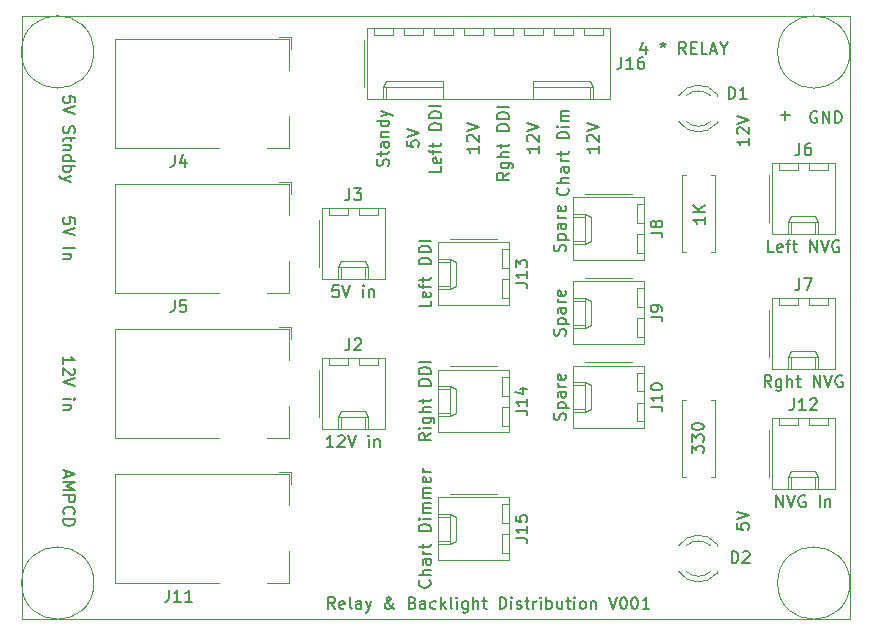
<source format=gbr>
G04 #@! TF.GenerationSoftware,KiCad,Pcbnew,(5.1.9-0-10_14)*
G04 #@! TF.CreationDate,2023-01-06T07:48:33+10:00*
G04 #@! TF.ProjectId,OH - Relay and Backlight Distribution,4f48202d-2052-4656-9c61-7920616e6420,rev?*
G04 #@! TF.SameCoordinates,Original*
G04 #@! TF.FileFunction,Legend,Top*
G04 #@! TF.FilePolarity,Positive*
%FSLAX46Y46*%
G04 Gerber Fmt 4.6, Leading zero omitted, Abs format (unit mm)*
G04 Created by KiCad (PCBNEW (5.1.9-0-10_14)) date 2023-01-06 07:48:33*
%MOMM*%
%LPD*%
G01*
G04 APERTURE LIST*
%ADD10C,0.150000*%
%ADD11C,0.120000*%
G04 APERTURE END LIST*
D10*
X162012380Y-98615476D02*
X162012380Y-99091666D01*
X162488571Y-99139285D01*
X162440952Y-99091666D01*
X162393333Y-98996428D01*
X162393333Y-98758333D01*
X162440952Y-98663095D01*
X162488571Y-98615476D01*
X162583809Y-98567857D01*
X162821904Y-98567857D01*
X162917142Y-98615476D01*
X162964761Y-98663095D01*
X163012380Y-98758333D01*
X163012380Y-98996428D01*
X162964761Y-99091666D01*
X162917142Y-99139285D01*
X162012380Y-98282142D02*
X163012380Y-97948809D01*
X162012380Y-97615476D01*
X147677142Y-70212976D02*
X147724761Y-70260595D01*
X147772380Y-70403452D01*
X147772380Y-70498690D01*
X147724761Y-70641547D01*
X147629523Y-70736785D01*
X147534285Y-70784404D01*
X147343809Y-70832023D01*
X147200952Y-70832023D01*
X147010476Y-70784404D01*
X146915238Y-70736785D01*
X146820000Y-70641547D01*
X146772380Y-70498690D01*
X146772380Y-70403452D01*
X146820000Y-70260595D01*
X146867619Y-70212976D01*
X147772380Y-69784404D02*
X146772380Y-69784404D01*
X147772380Y-69355833D02*
X147248571Y-69355833D01*
X147153333Y-69403452D01*
X147105714Y-69498690D01*
X147105714Y-69641547D01*
X147153333Y-69736785D01*
X147200952Y-69784404D01*
X147772380Y-68451071D02*
X147248571Y-68451071D01*
X147153333Y-68498690D01*
X147105714Y-68593928D01*
X147105714Y-68784404D01*
X147153333Y-68879642D01*
X147724761Y-68451071D02*
X147772380Y-68546309D01*
X147772380Y-68784404D01*
X147724761Y-68879642D01*
X147629523Y-68927261D01*
X147534285Y-68927261D01*
X147439047Y-68879642D01*
X147391428Y-68784404D01*
X147391428Y-68546309D01*
X147343809Y-68451071D01*
X147772380Y-67974880D02*
X147105714Y-67974880D01*
X147296190Y-67974880D02*
X147200952Y-67927261D01*
X147153333Y-67879642D01*
X147105714Y-67784404D01*
X147105714Y-67689166D01*
X147105714Y-67498690D02*
X147105714Y-67117738D01*
X146772380Y-67355833D02*
X147629523Y-67355833D01*
X147724761Y-67308214D01*
X147772380Y-67212976D01*
X147772380Y-67117738D01*
X147772380Y-66022500D02*
X146772380Y-66022500D01*
X146772380Y-65784404D01*
X146820000Y-65641547D01*
X146915238Y-65546309D01*
X147010476Y-65498690D01*
X147200952Y-65451071D01*
X147343809Y-65451071D01*
X147534285Y-65498690D01*
X147629523Y-65546309D01*
X147724761Y-65641547D01*
X147772380Y-65784404D01*
X147772380Y-66022500D01*
X147772380Y-65022500D02*
X147105714Y-65022500D01*
X146772380Y-65022500D02*
X146820000Y-65070119D01*
X146867619Y-65022500D01*
X146820000Y-64974880D01*
X146772380Y-65022500D01*
X146867619Y-65022500D01*
X147772380Y-64546309D02*
X147105714Y-64546309D01*
X147200952Y-64546309D02*
X147153333Y-64498690D01*
X147105714Y-64403452D01*
X147105714Y-64260595D01*
X147153333Y-64165357D01*
X147248571Y-64117738D01*
X147772380Y-64117738D01*
X147248571Y-64117738D02*
X147153333Y-64070119D01*
X147105714Y-63974880D01*
X147105714Y-63832023D01*
X147153333Y-63736785D01*
X147248571Y-63689166D01*
X147772380Y-63689166D01*
X142692380Y-68942976D02*
X142216190Y-69276309D01*
X142692380Y-69514404D02*
X141692380Y-69514404D01*
X141692380Y-69133452D01*
X141740000Y-69038214D01*
X141787619Y-68990595D01*
X141882857Y-68942976D01*
X142025714Y-68942976D01*
X142120952Y-68990595D01*
X142168571Y-69038214D01*
X142216190Y-69133452D01*
X142216190Y-69514404D01*
X142025714Y-68085833D02*
X142835238Y-68085833D01*
X142930476Y-68133452D01*
X142978095Y-68181071D01*
X143025714Y-68276309D01*
X143025714Y-68419166D01*
X142978095Y-68514404D01*
X142644761Y-68085833D02*
X142692380Y-68181071D01*
X142692380Y-68371547D01*
X142644761Y-68466785D01*
X142597142Y-68514404D01*
X142501904Y-68562023D01*
X142216190Y-68562023D01*
X142120952Y-68514404D01*
X142073333Y-68466785D01*
X142025714Y-68371547D01*
X142025714Y-68181071D01*
X142073333Y-68085833D01*
X142692380Y-67609642D02*
X141692380Y-67609642D01*
X142692380Y-67181071D02*
X142168571Y-67181071D01*
X142073333Y-67228690D01*
X142025714Y-67323928D01*
X142025714Y-67466785D01*
X142073333Y-67562023D01*
X142120952Y-67609642D01*
X142025714Y-66847738D02*
X142025714Y-66466785D01*
X141692380Y-66704880D02*
X142549523Y-66704880D01*
X142644761Y-66657261D01*
X142692380Y-66562023D01*
X142692380Y-66466785D01*
X142692380Y-65371547D02*
X141692380Y-65371547D01*
X141692380Y-65133452D01*
X141740000Y-64990595D01*
X141835238Y-64895357D01*
X141930476Y-64847738D01*
X142120952Y-64800119D01*
X142263809Y-64800119D01*
X142454285Y-64847738D01*
X142549523Y-64895357D01*
X142644761Y-64990595D01*
X142692380Y-65133452D01*
X142692380Y-65371547D01*
X142692380Y-64371547D02*
X141692380Y-64371547D01*
X141692380Y-64133452D01*
X141740000Y-63990595D01*
X141835238Y-63895357D01*
X141930476Y-63847738D01*
X142120952Y-63800119D01*
X142263809Y-63800119D01*
X142454285Y-63847738D01*
X142549523Y-63895357D01*
X142644761Y-63990595D01*
X142692380Y-64133452D01*
X142692380Y-64371547D01*
X142692380Y-63371547D02*
X141692380Y-63371547D01*
X136977380Y-68403214D02*
X136977380Y-68879404D01*
X135977380Y-68879404D01*
X136929761Y-67688928D02*
X136977380Y-67784166D01*
X136977380Y-67974642D01*
X136929761Y-68069880D01*
X136834523Y-68117500D01*
X136453571Y-68117500D01*
X136358333Y-68069880D01*
X136310714Y-67974642D01*
X136310714Y-67784166D01*
X136358333Y-67688928D01*
X136453571Y-67641309D01*
X136548809Y-67641309D01*
X136644047Y-68117500D01*
X136310714Y-67355595D02*
X136310714Y-66974642D01*
X136977380Y-67212738D02*
X136120238Y-67212738D01*
X136025000Y-67165119D01*
X135977380Y-67069880D01*
X135977380Y-66974642D01*
X136310714Y-66784166D02*
X136310714Y-66403214D01*
X135977380Y-66641309D02*
X136834523Y-66641309D01*
X136929761Y-66593690D01*
X136977380Y-66498452D01*
X136977380Y-66403214D01*
X136977380Y-65307976D02*
X135977380Y-65307976D01*
X135977380Y-65069880D01*
X136025000Y-64927023D01*
X136120238Y-64831785D01*
X136215476Y-64784166D01*
X136405952Y-64736547D01*
X136548809Y-64736547D01*
X136739285Y-64784166D01*
X136834523Y-64831785D01*
X136929761Y-64927023D01*
X136977380Y-65069880D01*
X136977380Y-65307976D01*
X136977380Y-64307976D02*
X135977380Y-64307976D01*
X135977380Y-64069880D01*
X136025000Y-63927023D01*
X136120238Y-63831785D01*
X136215476Y-63784166D01*
X136405952Y-63736547D01*
X136548809Y-63736547D01*
X136739285Y-63784166D01*
X136834523Y-63831785D01*
X136929761Y-63927023D01*
X136977380Y-64069880D01*
X136977380Y-64307976D01*
X136977380Y-63307976D02*
X135977380Y-63307976D01*
X132484761Y-68349523D02*
X132532380Y-68206666D01*
X132532380Y-67968571D01*
X132484761Y-67873333D01*
X132437142Y-67825714D01*
X132341904Y-67778095D01*
X132246666Y-67778095D01*
X132151428Y-67825714D01*
X132103809Y-67873333D01*
X132056190Y-67968571D01*
X132008571Y-68159047D01*
X131960952Y-68254285D01*
X131913333Y-68301904D01*
X131818095Y-68349523D01*
X131722857Y-68349523D01*
X131627619Y-68301904D01*
X131580000Y-68254285D01*
X131532380Y-68159047D01*
X131532380Y-67920952D01*
X131580000Y-67778095D01*
X131865714Y-67492380D02*
X131865714Y-67111428D01*
X131532380Y-67349523D02*
X132389523Y-67349523D01*
X132484761Y-67301904D01*
X132532380Y-67206666D01*
X132532380Y-67111428D01*
X132532380Y-66349523D02*
X132008571Y-66349523D01*
X131913333Y-66397142D01*
X131865714Y-66492380D01*
X131865714Y-66682857D01*
X131913333Y-66778095D01*
X132484761Y-66349523D02*
X132532380Y-66444761D01*
X132532380Y-66682857D01*
X132484761Y-66778095D01*
X132389523Y-66825714D01*
X132294285Y-66825714D01*
X132199047Y-66778095D01*
X132151428Y-66682857D01*
X132151428Y-66444761D01*
X132103809Y-66349523D01*
X131865714Y-65873333D02*
X132532380Y-65873333D01*
X131960952Y-65873333D02*
X131913333Y-65825714D01*
X131865714Y-65730476D01*
X131865714Y-65587619D01*
X131913333Y-65492380D01*
X132008571Y-65444761D01*
X132532380Y-65444761D01*
X132532380Y-64540000D02*
X131532380Y-64540000D01*
X132484761Y-64540000D02*
X132532380Y-64635238D01*
X132532380Y-64825714D01*
X132484761Y-64920952D01*
X132437142Y-64968571D01*
X132341904Y-65016190D01*
X132056190Y-65016190D01*
X131960952Y-64968571D01*
X131913333Y-64920952D01*
X131865714Y-64825714D01*
X131865714Y-64635238D01*
X131913333Y-64540000D01*
X131865714Y-64159047D02*
X132532380Y-63920952D01*
X131865714Y-63682857D02*
X132532380Y-63920952D01*
X132770476Y-64016190D01*
X132818095Y-64063809D01*
X132865714Y-64159047D01*
X134072380Y-66230476D02*
X134072380Y-66706666D01*
X134548571Y-66754285D01*
X134500952Y-66706666D01*
X134453333Y-66611428D01*
X134453333Y-66373333D01*
X134500952Y-66278095D01*
X134548571Y-66230476D01*
X134643809Y-66182857D01*
X134881904Y-66182857D01*
X134977142Y-66230476D01*
X135024761Y-66278095D01*
X135072380Y-66373333D01*
X135072380Y-66611428D01*
X135024761Y-66706666D01*
X134977142Y-66754285D01*
X134072380Y-65897142D02*
X135072380Y-65563809D01*
X134072380Y-65230476D01*
X140152380Y-66659047D02*
X140152380Y-67230476D01*
X140152380Y-66944761D02*
X139152380Y-66944761D01*
X139295238Y-67040000D01*
X139390476Y-67135238D01*
X139438095Y-67230476D01*
X139247619Y-66278095D02*
X139200000Y-66230476D01*
X139152380Y-66135238D01*
X139152380Y-65897142D01*
X139200000Y-65801904D01*
X139247619Y-65754285D01*
X139342857Y-65706666D01*
X139438095Y-65706666D01*
X139580952Y-65754285D01*
X140152380Y-66325714D01*
X140152380Y-65706666D01*
X139152380Y-65420952D02*
X140152380Y-65087619D01*
X139152380Y-64754285D01*
X145232380Y-66659047D02*
X145232380Y-67230476D01*
X145232380Y-66944761D02*
X144232380Y-66944761D01*
X144375238Y-67040000D01*
X144470476Y-67135238D01*
X144518095Y-67230476D01*
X144327619Y-66278095D02*
X144280000Y-66230476D01*
X144232380Y-66135238D01*
X144232380Y-65897142D01*
X144280000Y-65801904D01*
X144327619Y-65754285D01*
X144422857Y-65706666D01*
X144518095Y-65706666D01*
X144660952Y-65754285D01*
X145232380Y-66325714D01*
X145232380Y-65706666D01*
X144232380Y-65420952D02*
X145232380Y-65087619D01*
X144232380Y-64754285D01*
X163012380Y-66024047D02*
X163012380Y-66595476D01*
X163012380Y-66309761D02*
X162012380Y-66309761D01*
X162155238Y-66405000D01*
X162250476Y-66500238D01*
X162298095Y-66595476D01*
X162107619Y-65643095D02*
X162060000Y-65595476D01*
X162012380Y-65500238D01*
X162012380Y-65262142D01*
X162060000Y-65166904D01*
X162107619Y-65119285D01*
X162202857Y-65071666D01*
X162298095Y-65071666D01*
X162440952Y-65119285D01*
X163012380Y-65690714D01*
X163012380Y-65071666D01*
X162012380Y-64785952D02*
X163012380Y-64452619D01*
X162012380Y-64119285D01*
X150312380Y-66659047D02*
X150312380Y-67230476D01*
X150312380Y-66944761D02*
X149312380Y-66944761D01*
X149455238Y-67040000D01*
X149550476Y-67135238D01*
X149598095Y-67230476D01*
X149407619Y-66278095D02*
X149360000Y-66230476D01*
X149312380Y-66135238D01*
X149312380Y-65897142D01*
X149360000Y-65801904D01*
X149407619Y-65754285D01*
X149502857Y-65706666D01*
X149598095Y-65706666D01*
X149740952Y-65754285D01*
X150312380Y-66325714D01*
X150312380Y-65706666D01*
X149312380Y-65420952D02*
X150312380Y-65087619D01*
X149312380Y-64754285D01*
X165735047Y-64079428D02*
X166496952Y-64079428D01*
X166116000Y-64460380D02*
X166116000Y-63698476D01*
X168783095Y-63762000D02*
X168687857Y-63714380D01*
X168545000Y-63714380D01*
X168402142Y-63762000D01*
X168306904Y-63857238D01*
X168259285Y-63952476D01*
X168211666Y-64142952D01*
X168211666Y-64285809D01*
X168259285Y-64476285D01*
X168306904Y-64571523D01*
X168402142Y-64666761D01*
X168545000Y-64714380D01*
X168640238Y-64714380D01*
X168783095Y-64666761D01*
X168830714Y-64619142D01*
X168830714Y-64285809D01*
X168640238Y-64285809D01*
X169259285Y-64714380D02*
X169259285Y-63714380D01*
X169830714Y-64714380D01*
X169830714Y-63714380D01*
X170306904Y-64714380D02*
X170306904Y-63714380D01*
X170545000Y-63714380D01*
X170687857Y-63762000D01*
X170783095Y-63857238D01*
X170830714Y-63952476D01*
X170878333Y-64142952D01*
X170878333Y-64285809D01*
X170830714Y-64476285D01*
X170783095Y-64571523D01*
X170687857Y-64666761D01*
X170545000Y-64714380D01*
X170306904Y-64714380D01*
X127970000Y-105862380D02*
X127636666Y-105386190D01*
X127398571Y-105862380D02*
X127398571Y-104862380D01*
X127779523Y-104862380D01*
X127874761Y-104910000D01*
X127922380Y-104957619D01*
X127970000Y-105052857D01*
X127970000Y-105195714D01*
X127922380Y-105290952D01*
X127874761Y-105338571D01*
X127779523Y-105386190D01*
X127398571Y-105386190D01*
X128779523Y-105814761D02*
X128684285Y-105862380D01*
X128493809Y-105862380D01*
X128398571Y-105814761D01*
X128350952Y-105719523D01*
X128350952Y-105338571D01*
X128398571Y-105243333D01*
X128493809Y-105195714D01*
X128684285Y-105195714D01*
X128779523Y-105243333D01*
X128827142Y-105338571D01*
X128827142Y-105433809D01*
X128350952Y-105529047D01*
X129398571Y-105862380D02*
X129303333Y-105814761D01*
X129255714Y-105719523D01*
X129255714Y-104862380D01*
X130208095Y-105862380D02*
X130208095Y-105338571D01*
X130160476Y-105243333D01*
X130065238Y-105195714D01*
X129874761Y-105195714D01*
X129779523Y-105243333D01*
X130208095Y-105814761D02*
X130112857Y-105862380D01*
X129874761Y-105862380D01*
X129779523Y-105814761D01*
X129731904Y-105719523D01*
X129731904Y-105624285D01*
X129779523Y-105529047D01*
X129874761Y-105481428D01*
X130112857Y-105481428D01*
X130208095Y-105433809D01*
X130589047Y-105195714D02*
X130827142Y-105862380D01*
X131065238Y-105195714D02*
X130827142Y-105862380D01*
X130731904Y-106100476D01*
X130684285Y-106148095D01*
X130589047Y-106195714D01*
X133017619Y-105862380D02*
X132970000Y-105862380D01*
X132874761Y-105814761D01*
X132731904Y-105671904D01*
X132493809Y-105386190D01*
X132398571Y-105243333D01*
X132350952Y-105100476D01*
X132350952Y-105005238D01*
X132398571Y-104910000D01*
X132493809Y-104862380D01*
X132541428Y-104862380D01*
X132636666Y-104910000D01*
X132684285Y-105005238D01*
X132684285Y-105052857D01*
X132636666Y-105148095D01*
X132589047Y-105195714D01*
X132303333Y-105386190D01*
X132255714Y-105433809D01*
X132208095Y-105529047D01*
X132208095Y-105671904D01*
X132255714Y-105767142D01*
X132303333Y-105814761D01*
X132398571Y-105862380D01*
X132541428Y-105862380D01*
X132636666Y-105814761D01*
X132684285Y-105767142D01*
X132827142Y-105576666D01*
X132874761Y-105433809D01*
X132874761Y-105338571D01*
X134541428Y-105338571D02*
X134684285Y-105386190D01*
X134731904Y-105433809D01*
X134779523Y-105529047D01*
X134779523Y-105671904D01*
X134731904Y-105767142D01*
X134684285Y-105814761D01*
X134589047Y-105862380D01*
X134208095Y-105862380D01*
X134208095Y-104862380D01*
X134541428Y-104862380D01*
X134636666Y-104910000D01*
X134684285Y-104957619D01*
X134731904Y-105052857D01*
X134731904Y-105148095D01*
X134684285Y-105243333D01*
X134636666Y-105290952D01*
X134541428Y-105338571D01*
X134208095Y-105338571D01*
X135636666Y-105862380D02*
X135636666Y-105338571D01*
X135589047Y-105243333D01*
X135493809Y-105195714D01*
X135303333Y-105195714D01*
X135208095Y-105243333D01*
X135636666Y-105814761D02*
X135541428Y-105862380D01*
X135303333Y-105862380D01*
X135208095Y-105814761D01*
X135160476Y-105719523D01*
X135160476Y-105624285D01*
X135208095Y-105529047D01*
X135303333Y-105481428D01*
X135541428Y-105481428D01*
X135636666Y-105433809D01*
X136541428Y-105814761D02*
X136446190Y-105862380D01*
X136255714Y-105862380D01*
X136160476Y-105814761D01*
X136112857Y-105767142D01*
X136065238Y-105671904D01*
X136065238Y-105386190D01*
X136112857Y-105290952D01*
X136160476Y-105243333D01*
X136255714Y-105195714D01*
X136446190Y-105195714D01*
X136541428Y-105243333D01*
X136970000Y-105862380D02*
X136970000Y-104862380D01*
X137065238Y-105481428D02*
X137350952Y-105862380D01*
X137350952Y-105195714D02*
X136970000Y-105576666D01*
X137922380Y-105862380D02*
X137827142Y-105814761D01*
X137779523Y-105719523D01*
X137779523Y-104862380D01*
X138303333Y-105862380D02*
X138303333Y-105195714D01*
X138303333Y-104862380D02*
X138255714Y-104910000D01*
X138303333Y-104957619D01*
X138350952Y-104910000D01*
X138303333Y-104862380D01*
X138303333Y-104957619D01*
X139208095Y-105195714D02*
X139208095Y-106005238D01*
X139160476Y-106100476D01*
X139112857Y-106148095D01*
X139017619Y-106195714D01*
X138874761Y-106195714D01*
X138779523Y-106148095D01*
X139208095Y-105814761D02*
X139112857Y-105862380D01*
X138922380Y-105862380D01*
X138827142Y-105814761D01*
X138779523Y-105767142D01*
X138731904Y-105671904D01*
X138731904Y-105386190D01*
X138779523Y-105290952D01*
X138827142Y-105243333D01*
X138922380Y-105195714D01*
X139112857Y-105195714D01*
X139208095Y-105243333D01*
X139684285Y-105862380D02*
X139684285Y-104862380D01*
X140112857Y-105862380D02*
X140112857Y-105338571D01*
X140065238Y-105243333D01*
X139970000Y-105195714D01*
X139827142Y-105195714D01*
X139731904Y-105243333D01*
X139684285Y-105290952D01*
X140446190Y-105195714D02*
X140827142Y-105195714D01*
X140589047Y-104862380D02*
X140589047Y-105719523D01*
X140636666Y-105814761D01*
X140731904Y-105862380D01*
X140827142Y-105862380D01*
X141922380Y-105862380D02*
X141922380Y-104862380D01*
X142160476Y-104862380D01*
X142303333Y-104910000D01*
X142398571Y-105005238D01*
X142446190Y-105100476D01*
X142493809Y-105290952D01*
X142493809Y-105433809D01*
X142446190Y-105624285D01*
X142398571Y-105719523D01*
X142303333Y-105814761D01*
X142160476Y-105862380D01*
X141922380Y-105862380D01*
X142922380Y-105862380D02*
X142922380Y-105195714D01*
X142922380Y-104862380D02*
X142874761Y-104910000D01*
X142922380Y-104957619D01*
X142970000Y-104910000D01*
X142922380Y-104862380D01*
X142922380Y-104957619D01*
X143350952Y-105814761D02*
X143446190Y-105862380D01*
X143636666Y-105862380D01*
X143731904Y-105814761D01*
X143779523Y-105719523D01*
X143779523Y-105671904D01*
X143731904Y-105576666D01*
X143636666Y-105529047D01*
X143493809Y-105529047D01*
X143398571Y-105481428D01*
X143350952Y-105386190D01*
X143350952Y-105338571D01*
X143398571Y-105243333D01*
X143493809Y-105195714D01*
X143636666Y-105195714D01*
X143731904Y-105243333D01*
X144065238Y-105195714D02*
X144446190Y-105195714D01*
X144208095Y-104862380D02*
X144208095Y-105719523D01*
X144255714Y-105814761D01*
X144350952Y-105862380D01*
X144446190Y-105862380D01*
X144779523Y-105862380D02*
X144779523Y-105195714D01*
X144779523Y-105386190D02*
X144827142Y-105290952D01*
X144874761Y-105243333D01*
X144970000Y-105195714D01*
X145065238Y-105195714D01*
X145398571Y-105862380D02*
X145398571Y-105195714D01*
X145398571Y-104862380D02*
X145350952Y-104910000D01*
X145398571Y-104957619D01*
X145446190Y-104910000D01*
X145398571Y-104862380D01*
X145398571Y-104957619D01*
X145874761Y-105862380D02*
X145874761Y-104862380D01*
X145874761Y-105243333D02*
X145970000Y-105195714D01*
X146160476Y-105195714D01*
X146255714Y-105243333D01*
X146303333Y-105290952D01*
X146350952Y-105386190D01*
X146350952Y-105671904D01*
X146303333Y-105767142D01*
X146255714Y-105814761D01*
X146160476Y-105862380D01*
X145970000Y-105862380D01*
X145874761Y-105814761D01*
X147208095Y-105195714D02*
X147208095Y-105862380D01*
X146779523Y-105195714D02*
X146779523Y-105719523D01*
X146827142Y-105814761D01*
X146922380Y-105862380D01*
X147065238Y-105862380D01*
X147160476Y-105814761D01*
X147208095Y-105767142D01*
X147541428Y-105195714D02*
X147922380Y-105195714D01*
X147684285Y-104862380D02*
X147684285Y-105719523D01*
X147731904Y-105814761D01*
X147827142Y-105862380D01*
X147922380Y-105862380D01*
X148255714Y-105862380D02*
X148255714Y-105195714D01*
X148255714Y-104862380D02*
X148208095Y-104910000D01*
X148255714Y-104957619D01*
X148303333Y-104910000D01*
X148255714Y-104862380D01*
X148255714Y-104957619D01*
X148874761Y-105862380D02*
X148779523Y-105814761D01*
X148731904Y-105767142D01*
X148684285Y-105671904D01*
X148684285Y-105386190D01*
X148731904Y-105290952D01*
X148779523Y-105243333D01*
X148874761Y-105195714D01*
X149017619Y-105195714D01*
X149112857Y-105243333D01*
X149160476Y-105290952D01*
X149208095Y-105386190D01*
X149208095Y-105671904D01*
X149160476Y-105767142D01*
X149112857Y-105814761D01*
X149017619Y-105862380D01*
X148874761Y-105862380D01*
X149636666Y-105195714D02*
X149636666Y-105862380D01*
X149636666Y-105290952D02*
X149684285Y-105243333D01*
X149779523Y-105195714D01*
X149922380Y-105195714D01*
X150017619Y-105243333D01*
X150065238Y-105338571D01*
X150065238Y-105862380D01*
X151160476Y-104862380D02*
X151493809Y-105862380D01*
X151827142Y-104862380D01*
X152350952Y-104862380D02*
X152446190Y-104862380D01*
X152541428Y-104910000D01*
X152589047Y-104957619D01*
X152636666Y-105052857D01*
X152684285Y-105243333D01*
X152684285Y-105481428D01*
X152636666Y-105671904D01*
X152589047Y-105767142D01*
X152541428Y-105814761D01*
X152446190Y-105862380D01*
X152350952Y-105862380D01*
X152255714Y-105814761D01*
X152208095Y-105767142D01*
X152160476Y-105671904D01*
X152112857Y-105481428D01*
X152112857Y-105243333D01*
X152160476Y-105052857D01*
X152208095Y-104957619D01*
X152255714Y-104910000D01*
X152350952Y-104862380D01*
X153303333Y-104862380D02*
X153398571Y-104862380D01*
X153493809Y-104910000D01*
X153541428Y-104957619D01*
X153589047Y-105052857D01*
X153636666Y-105243333D01*
X153636666Y-105481428D01*
X153589047Y-105671904D01*
X153541428Y-105767142D01*
X153493809Y-105814761D01*
X153398571Y-105862380D01*
X153303333Y-105862380D01*
X153208095Y-105814761D01*
X153160476Y-105767142D01*
X153112857Y-105671904D01*
X153065238Y-105481428D01*
X153065238Y-105243333D01*
X153112857Y-105052857D01*
X153160476Y-104957619D01*
X153208095Y-104910000D01*
X153303333Y-104862380D01*
X154589047Y-105862380D02*
X154017619Y-105862380D01*
X154303333Y-105862380D02*
X154303333Y-104862380D01*
X154208095Y-105005238D01*
X154112857Y-105100476D01*
X154017619Y-105148095D01*
D11*
X154160000Y-85270000D02*
X148140000Y-85270000D01*
X148140000Y-85270000D02*
X148140000Y-90570000D01*
X148140000Y-90570000D02*
X154160000Y-90570000D01*
X154160000Y-90570000D02*
X154160000Y-85270000D01*
X153130000Y-84980000D02*
X149130000Y-84980000D01*
X148140000Y-86650000D02*
X149140000Y-86650000D01*
X149140000Y-86650000D02*
X149140000Y-89190000D01*
X149140000Y-89190000D02*
X148140000Y-89190000D01*
X149140000Y-86650000D02*
X149670000Y-86900000D01*
X149670000Y-86900000D02*
X149670000Y-88940000D01*
X149670000Y-88940000D02*
X149140000Y-89190000D01*
X148140000Y-86900000D02*
X149140000Y-86900000D01*
X148140000Y-88940000D02*
X149140000Y-88940000D01*
X154160000Y-85850000D02*
X153560000Y-85850000D01*
X153560000Y-85850000D02*
X153560000Y-87450000D01*
X153560000Y-87450000D02*
X154160000Y-87450000D01*
X154160000Y-88390000D02*
X153560000Y-88390000D01*
X153560000Y-88390000D02*
X153560000Y-89990000D01*
X153560000Y-89990000D02*
X154160000Y-89990000D01*
X154160000Y-78140000D02*
X148140000Y-78140000D01*
X148140000Y-78140000D02*
X148140000Y-83440000D01*
X148140000Y-83440000D02*
X154160000Y-83440000D01*
X154160000Y-83440000D02*
X154160000Y-78140000D01*
X153130000Y-77850000D02*
X149130000Y-77850000D01*
X148140000Y-79520000D02*
X149140000Y-79520000D01*
X149140000Y-79520000D02*
X149140000Y-82060000D01*
X149140000Y-82060000D02*
X148140000Y-82060000D01*
X149140000Y-79520000D02*
X149670000Y-79770000D01*
X149670000Y-79770000D02*
X149670000Y-81810000D01*
X149670000Y-81810000D02*
X149140000Y-82060000D01*
X148140000Y-79770000D02*
X149140000Y-79770000D01*
X148140000Y-81810000D02*
X149140000Y-81810000D01*
X154160000Y-78720000D02*
X153560000Y-78720000D01*
X153560000Y-78720000D02*
X153560000Y-80320000D01*
X153560000Y-80320000D02*
X154160000Y-80320000D01*
X154160000Y-81260000D02*
X153560000Y-81260000D01*
X153560000Y-81260000D02*
X153560000Y-82860000D01*
X153560000Y-82860000D02*
X154160000Y-82860000D01*
X154160000Y-71010000D02*
X148140000Y-71010000D01*
X148140000Y-71010000D02*
X148140000Y-76310000D01*
X148140000Y-76310000D02*
X154160000Y-76310000D01*
X154160000Y-76310000D02*
X154160000Y-71010000D01*
X153130000Y-70720000D02*
X149130000Y-70720000D01*
X148140000Y-72390000D02*
X149140000Y-72390000D01*
X149140000Y-72390000D02*
X149140000Y-74930000D01*
X149140000Y-74930000D02*
X148140000Y-74930000D01*
X149140000Y-72390000D02*
X149670000Y-72640000D01*
X149670000Y-72640000D02*
X149670000Y-74680000D01*
X149670000Y-74680000D02*
X149140000Y-74930000D01*
X148140000Y-72640000D02*
X149140000Y-72640000D01*
X148140000Y-74680000D02*
X149140000Y-74680000D01*
X154160000Y-71590000D02*
X153560000Y-71590000D01*
X153560000Y-71590000D02*
X153560000Y-73190000D01*
X153560000Y-73190000D02*
X154160000Y-73190000D01*
X154160000Y-74130000D02*
X153560000Y-74130000D01*
X153560000Y-74130000D02*
X153560000Y-75730000D01*
X153560000Y-75730000D02*
X154160000Y-75730000D01*
X131610000Y-72500000D02*
X131610000Y-71900000D01*
X130010000Y-72500000D02*
X131610000Y-72500000D01*
X130010000Y-71900000D02*
X130010000Y-72500000D01*
X129070000Y-72500000D02*
X129070000Y-71900000D01*
X127470000Y-72500000D02*
X129070000Y-72500000D01*
X127470000Y-71900000D02*
X127470000Y-72500000D01*
X130560000Y-77920000D02*
X130560000Y-76920000D01*
X128520000Y-77920000D02*
X128520000Y-76920000D01*
X130560000Y-76390000D02*
X130810000Y-76920000D01*
X128520000Y-76390000D02*
X130560000Y-76390000D01*
X128270000Y-76920000D02*
X128520000Y-76390000D01*
X130810000Y-76920000D02*
X130810000Y-77920000D01*
X128270000Y-76920000D02*
X130810000Y-76920000D01*
X128270000Y-77920000D02*
X128270000Y-76920000D01*
X126600000Y-72930000D02*
X126600000Y-76930000D01*
X132190000Y-71900000D02*
X126890000Y-71900000D01*
X132190000Y-77920000D02*
X132190000Y-71900000D01*
X126890000Y-77920000D02*
X132190000Y-77920000D01*
X126890000Y-71900000D02*
X126890000Y-77920000D01*
X131610000Y-85200000D02*
X131610000Y-84600000D01*
X130010000Y-85200000D02*
X131610000Y-85200000D01*
X130010000Y-84600000D02*
X130010000Y-85200000D01*
X129070000Y-85200000D02*
X129070000Y-84600000D01*
X127470000Y-85200000D02*
X129070000Y-85200000D01*
X127470000Y-84600000D02*
X127470000Y-85200000D01*
X130560000Y-90620000D02*
X130560000Y-89620000D01*
X128520000Y-90620000D02*
X128520000Y-89620000D01*
X130560000Y-89090000D02*
X130810000Y-89620000D01*
X128520000Y-89090000D02*
X130560000Y-89090000D01*
X128270000Y-89620000D02*
X128520000Y-89090000D01*
X130810000Y-89620000D02*
X130810000Y-90620000D01*
X128270000Y-89620000D02*
X130810000Y-89620000D01*
X128270000Y-90620000D02*
X128270000Y-89620000D01*
X126600000Y-85630000D02*
X126600000Y-89630000D01*
X132190000Y-84600000D02*
X126890000Y-84600000D01*
X132190000Y-90620000D02*
X132190000Y-84600000D01*
X126890000Y-90620000D02*
X132190000Y-90620000D01*
X126890000Y-84600000D02*
X126890000Y-90620000D01*
X124090000Y-94460000D02*
X124090000Y-97060000D01*
X109390000Y-94460000D02*
X124090000Y-94460000D01*
X124090000Y-103660000D02*
X122190000Y-103660000D01*
X124090000Y-100960000D02*
X124090000Y-103660000D01*
X109390000Y-103660000D02*
X109390000Y-94460000D01*
X118190000Y-103660000D02*
X109390000Y-103660000D01*
X123240000Y-94260000D02*
X124290000Y-94260000D01*
X124290000Y-95310000D02*
X124290000Y-94260000D01*
X150660000Y-57260000D02*
X150660000Y-56660000D01*
X149060000Y-57260000D02*
X150660000Y-57260000D01*
X149060000Y-56660000D02*
X149060000Y-57260000D01*
X148120000Y-57260000D02*
X148120000Y-56660000D01*
X146520000Y-57260000D02*
X148120000Y-57260000D01*
X146520000Y-56660000D02*
X146520000Y-57260000D01*
X145580000Y-57260000D02*
X145580000Y-56660000D01*
X143980000Y-57260000D02*
X145580000Y-57260000D01*
X143980000Y-56660000D02*
X143980000Y-57260000D01*
X143040000Y-57260000D02*
X143040000Y-56660000D01*
X141440000Y-57260000D02*
X143040000Y-57260000D01*
X141440000Y-56660000D02*
X141440000Y-57260000D01*
X140500000Y-57260000D02*
X140500000Y-56660000D01*
X138900000Y-57260000D02*
X140500000Y-57260000D01*
X138900000Y-56660000D02*
X138900000Y-57260000D01*
X137960000Y-57260000D02*
X137960000Y-56660000D01*
X136360000Y-57260000D02*
X137960000Y-57260000D01*
X136360000Y-56660000D02*
X136360000Y-57260000D01*
X135420000Y-57260000D02*
X135420000Y-56660000D01*
X133820000Y-57260000D02*
X135420000Y-57260000D01*
X133820000Y-56660000D02*
X133820000Y-57260000D01*
X132880000Y-57260000D02*
X132880000Y-56660000D01*
X131280000Y-57260000D02*
X132880000Y-57260000D01*
X131280000Y-56660000D02*
X131280000Y-57260000D01*
X149610000Y-62680000D02*
X149610000Y-61680000D01*
X144780000Y-61150000D02*
X144780000Y-61680000D01*
X149610000Y-61150000D02*
X144780000Y-61150000D01*
X149860000Y-61680000D02*
X149610000Y-61150000D01*
X144780000Y-61680000D02*
X144780000Y-62680000D01*
X149860000Y-61680000D02*
X144780000Y-61680000D01*
X149860000Y-62680000D02*
X149860000Y-61680000D01*
X132330000Y-62680000D02*
X132330000Y-61680000D01*
X137160000Y-61150000D02*
X137160000Y-61680000D01*
X132330000Y-61150000D02*
X137160000Y-61150000D01*
X132080000Y-61680000D02*
X132330000Y-61150000D01*
X137160000Y-61680000D02*
X137160000Y-62680000D01*
X132080000Y-61680000D02*
X137160000Y-61680000D01*
X132080000Y-62680000D02*
X132080000Y-61680000D01*
X130410000Y-57690000D02*
X130410000Y-61690000D01*
X151240000Y-56660000D02*
X130700000Y-56660000D01*
X151240000Y-62680000D02*
X151240000Y-56660000D01*
X130700000Y-62680000D02*
X151240000Y-62680000D01*
X130700000Y-56660000D02*
X130700000Y-62680000D01*
X171571130Y-103672100D02*
G75*
G03*
X171571130Y-103672100I-3058565J0D01*
G01*
X107563130Y-103672100D02*
G75*
G03*
X107563130Y-103672100I-3058565J0D01*
G01*
X107552565Y-58703535D02*
G75*
G03*
X107552565Y-58703535I-3058565J0D01*
G01*
X171571130Y-58714100D02*
G75*
G03*
X171571130Y-58714100I-3058565J0D01*
G01*
X101446000Y-106720100D02*
X101446000Y-55666100D01*
X171550000Y-106720100D02*
X101446000Y-106720100D01*
X171550000Y-55666100D02*
X171550000Y-106720100D01*
X101446000Y-55666100D02*
X171550000Y-55666100D01*
X142130000Y-101130000D02*
X142730000Y-101130000D01*
X142130000Y-99530000D02*
X142130000Y-101130000D01*
X142730000Y-99530000D02*
X142130000Y-99530000D01*
X142130000Y-98590000D02*
X142730000Y-98590000D01*
X142130000Y-96990000D02*
X142130000Y-98590000D01*
X142730000Y-96990000D02*
X142130000Y-96990000D01*
X136710000Y-100080000D02*
X137710000Y-100080000D01*
X136710000Y-98040000D02*
X137710000Y-98040000D01*
X138240000Y-100080000D02*
X137710000Y-100330000D01*
X138240000Y-98040000D02*
X138240000Y-100080000D01*
X137710000Y-97790000D02*
X138240000Y-98040000D01*
X137710000Y-100330000D02*
X136710000Y-100330000D01*
X137710000Y-97790000D02*
X137710000Y-100330000D01*
X136710000Y-97790000D02*
X137710000Y-97790000D01*
X141700000Y-96120000D02*
X137700000Y-96120000D01*
X142730000Y-101710000D02*
X142730000Y-96410000D01*
X136710000Y-101710000D02*
X142730000Y-101710000D01*
X136710000Y-96410000D02*
X136710000Y-101710000D01*
X142730000Y-96410000D02*
X136710000Y-96410000D01*
X142130000Y-90335000D02*
X142730000Y-90335000D01*
X142130000Y-88735000D02*
X142130000Y-90335000D01*
X142730000Y-88735000D02*
X142130000Y-88735000D01*
X142130000Y-87795000D02*
X142730000Y-87795000D01*
X142130000Y-86195000D02*
X142130000Y-87795000D01*
X142730000Y-86195000D02*
X142130000Y-86195000D01*
X136710000Y-89285000D02*
X137710000Y-89285000D01*
X136710000Y-87245000D02*
X137710000Y-87245000D01*
X138240000Y-89285000D02*
X137710000Y-89535000D01*
X138240000Y-87245000D02*
X138240000Y-89285000D01*
X137710000Y-86995000D02*
X138240000Y-87245000D01*
X137710000Y-89535000D02*
X136710000Y-89535000D01*
X137710000Y-86995000D02*
X137710000Y-89535000D01*
X136710000Y-86995000D02*
X137710000Y-86995000D01*
X141700000Y-85325000D02*
X137700000Y-85325000D01*
X142730000Y-90915000D02*
X142730000Y-85615000D01*
X136710000Y-90915000D02*
X142730000Y-90915000D01*
X136710000Y-85615000D02*
X136710000Y-90915000D01*
X142730000Y-85615000D02*
X136710000Y-85615000D01*
X124090000Y-69906700D02*
X124090000Y-72506700D01*
X109390000Y-69906700D02*
X124090000Y-69906700D01*
X124090000Y-79106700D02*
X122190000Y-79106700D01*
X124090000Y-76406700D02*
X124090000Y-79106700D01*
X109390000Y-79106700D02*
X109390000Y-69906700D01*
X118190000Y-79106700D02*
X109390000Y-79106700D01*
X123240000Y-69706700D02*
X124290000Y-69706700D01*
X124290000Y-70756700D02*
X124290000Y-69706700D01*
X124090000Y-57630000D02*
X124090000Y-60230000D01*
X109390000Y-57630000D02*
X124090000Y-57630000D01*
X124090000Y-66830000D02*
X122190000Y-66830000D01*
X124090000Y-64130000D02*
X124090000Y-66830000D01*
X109390000Y-66830000D02*
X109390000Y-57630000D01*
X118190000Y-66830000D02*
X109390000Y-66830000D01*
X123240000Y-57430000D02*
X124290000Y-57430000D01*
X124290000Y-58480000D02*
X124290000Y-57430000D01*
X142130000Y-79540000D02*
X142730000Y-79540000D01*
X142130000Y-77940000D02*
X142130000Y-79540000D01*
X142730000Y-77940000D02*
X142130000Y-77940000D01*
X142130000Y-77000000D02*
X142730000Y-77000000D01*
X142130000Y-75400000D02*
X142130000Y-77000000D01*
X142730000Y-75400000D02*
X142130000Y-75400000D01*
X136710000Y-78490000D02*
X137710000Y-78490000D01*
X136710000Y-76450000D02*
X137710000Y-76450000D01*
X138240000Y-78490000D02*
X137710000Y-78740000D01*
X138240000Y-76450000D02*
X138240000Y-78490000D01*
X137710000Y-76200000D02*
X138240000Y-76450000D01*
X137710000Y-78740000D02*
X136710000Y-78740000D01*
X137710000Y-76200000D02*
X137710000Y-78740000D01*
X136710000Y-76200000D02*
X137710000Y-76200000D01*
X141700000Y-74530000D02*
X137700000Y-74530000D01*
X142730000Y-80120000D02*
X142730000Y-74820000D01*
X136710000Y-80120000D02*
X142730000Y-80120000D01*
X136710000Y-74820000D02*
X136710000Y-80120000D01*
X142730000Y-74820000D02*
X136710000Y-74820000D01*
X169710000Y-90280000D02*
X169710000Y-89680000D01*
X168110000Y-90280000D02*
X169710000Y-90280000D01*
X168110000Y-89680000D02*
X168110000Y-90280000D01*
X167170000Y-90280000D02*
X167170000Y-89680000D01*
X165570000Y-90280000D02*
X167170000Y-90280000D01*
X165570000Y-89680000D02*
X165570000Y-90280000D01*
X168660000Y-95700000D02*
X168660000Y-94700000D01*
X166620000Y-95700000D02*
X166620000Y-94700000D01*
X168660000Y-94170000D02*
X168910000Y-94700000D01*
X166620000Y-94170000D02*
X168660000Y-94170000D01*
X166370000Y-94700000D02*
X166620000Y-94170000D01*
X168910000Y-94700000D02*
X168910000Y-95700000D01*
X166370000Y-94700000D02*
X168910000Y-94700000D01*
X166370000Y-95700000D02*
X166370000Y-94700000D01*
X164700000Y-90710000D02*
X164700000Y-94710000D01*
X170290000Y-89680000D02*
X164990000Y-89680000D01*
X170290000Y-95700000D02*
X170290000Y-89680000D01*
X164990000Y-95700000D02*
X170290000Y-95700000D01*
X164990000Y-89680000D02*
X164990000Y-95700000D01*
X169710000Y-80120000D02*
X169710000Y-79520000D01*
X168110000Y-80120000D02*
X169710000Y-80120000D01*
X168110000Y-79520000D02*
X168110000Y-80120000D01*
X167170000Y-80120000D02*
X167170000Y-79520000D01*
X165570000Y-80120000D02*
X167170000Y-80120000D01*
X165570000Y-79520000D02*
X165570000Y-80120000D01*
X168660000Y-85540000D02*
X168660000Y-84540000D01*
X166620000Y-85540000D02*
X166620000Y-84540000D01*
X168660000Y-84010000D02*
X168910000Y-84540000D01*
X166620000Y-84010000D02*
X168660000Y-84010000D01*
X166370000Y-84540000D02*
X166620000Y-84010000D01*
X168910000Y-84540000D02*
X168910000Y-85540000D01*
X166370000Y-84540000D02*
X168910000Y-84540000D01*
X166370000Y-85540000D02*
X166370000Y-84540000D01*
X164700000Y-80550000D02*
X164700000Y-84550000D01*
X170290000Y-79520000D02*
X164990000Y-79520000D01*
X170290000Y-85540000D02*
X170290000Y-79520000D01*
X164990000Y-85540000D02*
X170290000Y-85540000D01*
X164990000Y-79520000D02*
X164990000Y-85540000D01*
X169710000Y-68690000D02*
X169710000Y-68090000D01*
X168110000Y-68690000D02*
X169710000Y-68690000D01*
X168110000Y-68090000D02*
X168110000Y-68690000D01*
X167170000Y-68690000D02*
X167170000Y-68090000D01*
X165570000Y-68690000D02*
X167170000Y-68690000D01*
X165570000Y-68090000D02*
X165570000Y-68690000D01*
X168660000Y-74110000D02*
X168660000Y-73110000D01*
X166620000Y-74110000D02*
X166620000Y-73110000D01*
X168660000Y-72580000D02*
X168910000Y-73110000D01*
X166620000Y-72580000D02*
X168660000Y-72580000D01*
X166370000Y-73110000D02*
X166620000Y-72580000D01*
X168910000Y-73110000D02*
X168910000Y-74110000D01*
X166370000Y-73110000D02*
X168910000Y-73110000D01*
X166370000Y-74110000D02*
X166370000Y-73110000D01*
X164700000Y-69120000D02*
X164700000Y-73120000D01*
X170290000Y-68090000D02*
X164990000Y-68090000D01*
X170290000Y-74110000D02*
X170290000Y-68090000D01*
X164990000Y-74110000D02*
X170290000Y-74110000D01*
X164990000Y-68090000D02*
X164990000Y-74110000D01*
X124090000Y-82183300D02*
X124090000Y-84783300D01*
X109390000Y-82183300D02*
X124090000Y-82183300D01*
X124090000Y-91383300D02*
X122190000Y-91383300D01*
X124090000Y-88683300D02*
X124090000Y-91383300D01*
X109390000Y-91383300D02*
X109390000Y-82183300D01*
X118190000Y-91383300D02*
X109390000Y-91383300D01*
X123240000Y-81983300D02*
X124290000Y-81983300D01*
X124290000Y-83033300D02*
X124290000Y-81983300D01*
X160120000Y-88170000D02*
X159790000Y-88170000D01*
X160120000Y-94710000D02*
X160120000Y-88170000D01*
X159790000Y-94710000D02*
X160120000Y-94710000D01*
X157380000Y-88170000D02*
X157710000Y-88170000D01*
X157380000Y-94710000D02*
X157380000Y-88170000D01*
X157710000Y-94710000D02*
X157380000Y-94710000D01*
X157380000Y-75660000D02*
X157710000Y-75660000D01*
X157380000Y-69120000D02*
X157380000Y-75660000D01*
X157710000Y-69120000D02*
X157380000Y-69120000D01*
X160120000Y-75660000D02*
X159790000Y-75660000D01*
X160120000Y-69120000D02*
X160120000Y-75660000D01*
X159790000Y-69120000D02*
X160120000Y-69120000D01*
X160310000Y-100520000D02*
X160310000Y-100364000D01*
X160310000Y-102836000D02*
X160310000Y-102680000D01*
X157708870Y-100520163D02*
G75*
G02*
X159790961Y-100520000I1041130J-1079837D01*
G01*
X157708870Y-102679837D02*
G75*
G03*
X159790961Y-102680000I1041130J1079837D01*
G01*
X157077665Y-100521392D02*
G75*
G02*
X160310000Y-100364484I1672335J-1078608D01*
G01*
X157077665Y-102678608D02*
G75*
G03*
X160310000Y-102835516I1672335J1078608D01*
G01*
X160310000Y-62420000D02*
X160310000Y-62264000D01*
X160310000Y-64736000D02*
X160310000Y-64580000D01*
X157708870Y-62420163D02*
G75*
G02*
X159790961Y-62420000I1041130J-1079837D01*
G01*
X157708870Y-64579837D02*
G75*
G03*
X159790961Y-64580000I1041130J1079837D01*
G01*
X157077665Y-62421392D02*
G75*
G02*
X160310000Y-62264484I1672335J-1078608D01*
G01*
X157077665Y-64578608D02*
G75*
G03*
X160310000Y-64735516I1672335J1078608D01*
G01*
D10*
X154702380Y-88729523D02*
X155416666Y-88729523D01*
X155559523Y-88777142D01*
X155654761Y-88872380D01*
X155702380Y-89015238D01*
X155702380Y-89110476D01*
X155702380Y-87729523D02*
X155702380Y-88300952D01*
X155702380Y-88015238D02*
X154702380Y-88015238D01*
X154845238Y-88110476D01*
X154940476Y-88205714D01*
X154988095Y-88300952D01*
X154702380Y-87110476D02*
X154702380Y-87015238D01*
X154750000Y-86920000D01*
X154797619Y-86872380D01*
X154892857Y-86824761D01*
X155083333Y-86777142D01*
X155321428Y-86777142D01*
X155511904Y-86824761D01*
X155607142Y-86872380D01*
X155654761Y-86920000D01*
X155702380Y-87015238D01*
X155702380Y-87110476D01*
X155654761Y-87205714D01*
X155607142Y-87253333D01*
X155511904Y-87300952D01*
X155321428Y-87348571D01*
X155083333Y-87348571D01*
X154892857Y-87300952D01*
X154797619Y-87253333D01*
X154750000Y-87205714D01*
X154702380Y-87110476D01*
X147454761Y-89848571D02*
X147502380Y-89705714D01*
X147502380Y-89467619D01*
X147454761Y-89372380D01*
X147407142Y-89324761D01*
X147311904Y-89277142D01*
X147216666Y-89277142D01*
X147121428Y-89324761D01*
X147073809Y-89372380D01*
X147026190Y-89467619D01*
X146978571Y-89658095D01*
X146930952Y-89753333D01*
X146883333Y-89800952D01*
X146788095Y-89848571D01*
X146692857Y-89848571D01*
X146597619Y-89800952D01*
X146550000Y-89753333D01*
X146502380Y-89658095D01*
X146502380Y-89420000D01*
X146550000Y-89277142D01*
X146835714Y-88848571D02*
X147835714Y-88848571D01*
X146883333Y-88848571D02*
X146835714Y-88753333D01*
X146835714Y-88562857D01*
X146883333Y-88467619D01*
X146930952Y-88420000D01*
X147026190Y-88372380D01*
X147311904Y-88372380D01*
X147407142Y-88420000D01*
X147454761Y-88467619D01*
X147502380Y-88562857D01*
X147502380Y-88753333D01*
X147454761Y-88848571D01*
X147502380Y-87515238D02*
X146978571Y-87515238D01*
X146883333Y-87562857D01*
X146835714Y-87658095D01*
X146835714Y-87848571D01*
X146883333Y-87943809D01*
X147454761Y-87515238D02*
X147502380Y-87610476D01*
X147502380Y-87848571D01*
X147454761Y-87943809D01*
X147359523Y-87991428D01*
X147264285Y-87991428D01*
X147169047Y-87943809D01*
X147121428Y-87848571D01*
X147121428Y-87610476D01*
X147073809Y-87515238D01*
X147502380Y-87039047D02*
X146835714Y-87039047D01*
X147026190Y-87039047D02*
X146930952Y-86991428D01*
X146883333Y-86943809D01*
X146835714Y-86848571D01*
X146835714Y-86753333D01*
X147454761Y-86039047D02*
X147502380Y-86134285D01*
X147502380Y-86324761D01*
X147454761Y-86420000D01*
X147359523Y-86467619D01*
X146978571Y-86467619D01*
X146883333Y-86420000D01*
X146835714Y-86324761D01*
X146835714Y-86134285D01*
X146883333Y-86039047D01*
X146978571Y-85991428D01*
X147073809Y-85991428D01*
X147169047Y-86467619D01*
X154702380Y-81123333D02*
X155416666Y-81123333D01*
X155559523Y-81170952D01*
X155654761Y-81266190D01*
X155702380Y-81409047D01*
X155702380Y-81504285D01*
X155702380Y-80599523D02*
X155702380Y-80409047D01*
X155654761Y-80313809D01*
X155607142Y-80266190D01*
X155464285Y-80170952D01*
X155273809Y-80123333D01*
X154892857Y-80123333D01*
X154797619Y-80170952D01*
X154750000Y-80218571D01*
X154702380Y-80313809D01*
X154702380Y-80504285D01*
X154750000Y-80599523D01*
X154797619Y-80647142D01*
X154892857Y-80694761D01*
X155130952Y-80694761D01*
X155226190Y-80647142D01*
X155273809Y-80599523D01*
X155321428Y-80504285D01*
X155321428Y-80313809D01*
X155273809Y-80218571D01*
X155226190Y-80170952D01*
X155130952Y-80123333D01*
X147454761Y-82718571D02*
X147502380Y-82575714D01*
X147502380Y-82337619D01*
X147454761Y-82242380D01*
X147407142Y-82194761D01*
X147311904Y-82147142D01*
X147216666Y-82147142D01*
X147121428Y-82194761D01*
X147073809Y-82242380D01*
X147026190Y-82337619D01*
X146978571Y-82528095D01*
X146930952Y-82623333D01*
X146883333Y-82670952D01*
X146788095Y-82718571D01*
X146692857Y-82718571D01*
X146597619Y-82670952D01*
X146550000Y-82623333D01*
X146502380Y-82528095D01*
X146502380Y-82290000D01*
X146550000Y-82147142D01*
X146835714Y-81718571D02*
X147835714Y-81718571D01*
X146883333Y-81718571D02*
X146835714Y-81623333D01*
X146835714Y-81432857D01*
X146883333Y-81337619D01*
X146930952Y-81290000D01*
X147026190Y-81242380D01*
X147311904Y-81242380D01*
X147407142Y-81290000D01*
X147454761Y-81337619D01*
X147502380Y-81432857D01*
X147502380Y-81623333D01*
X147454761Y-81718571D01*
X147502380Y-80385238D02*
X146978571Y-80385238D01*
X146883333Y-80432857D01*
X146835714Y-80528095D01*
X146835714Y-80718571D01*
X146883333Y-80813809D01*
X147454761Y-80385238D02*
X147502380Y-80480476D01*
X147502380Y-80718571D01*
X147454761Y-80813809D01*
X147359523Y-80861428D01*
X147264285Y-80861428D01*
X147169047Y-80813809D01*
X147121428Y-80718571D01*
X147121428Y-80480476D01*
X147073809Y-80385238D01*
X147502380Y-79909047D02*
X146835714Y-79909047D01*
X147026190Y-79909047D02*
X146930952Y-79861428D01*
X146883333Y-79813809D01*
X146835714Y-79718571D01*
X146835714Y-79623333D01*
X147454761Y-78909047D02*
X147502380Y-79004285D01*
X147502380Y-79194761D01*
X147454761Y-79290000D01*
X147359523Y-79337619D01*
X146978571Y-79337619D01*
X146883333Y-79290000D01*
X146835714Y-79194761D01*
X146835714Y-79004285D01*
X146883333Y-78909047D01*
X146978571Y-78861428D01*
X147073809Y-78861428D01*
X147169047Y-79337619D01*
X154702380Y-73993333D02*
X155416666Y-73993333D01*
X155559523Y-74040952D01*
X155654761Y-74136190D01*
X155702380Y-74279047D01*
X155702380Y-74374285D01*
X155130952Y-73374285D02*
X155083333Y-73469523D01*
X155035714Y-73517142D01*
X154940476Y-73564761D01*
X154892857Y-73564761D01*
X154797619Y-73517142D01*
X154750000Y-73469523D01*
X154702380Y-73374285D01*
X154702380Y-73183809D01*
X154750000Y-73088571D01*
X154797619Y-73040952D01*
X154892857Y-72993333D01*
X154940476Y-72993333D01*
X155035714Y-73040952D01*
X155083333Y-73088571D01*
X155130952Y-73183809D01*
X155130952Y-73374285D01*
X155178571Y-73469523D01*
X155226190Y-73517142D01*
X155321428Y-73564761D01*
X155511904Y-73564761D01*
X155607142Y-73517142D01*
X155654761Y-73469523D01*
X155702380Y-73374285D01*
X155702380Y-73183809D01*
X155654761Y-73088571D01*
X155607142Y-73040952D01*
X155511904Y-72993333D01*
X155321428Y-72993333D01*
X155226190Y-73040952D01*
X155178571Y-73088571D01*
X155130952Y-73183809D01*
X147454761Y-75588571D02*
X147502380Y-75445714D01*
X147502380Y-75207619D01*
X147454761Y-75112380D01*
X147407142Y-75064761D01*
X147311904Y-75017142D01*
X147216666Y-75017142D01*
X147121428Y-75064761D01*
X147073809Y-75112380D01*
X147026190Y-75207619D01*
X146978571Y-75398095D01*
X146930952Y-75493333D01*
X146883333Y-75540952D01*
X146788095Y-75588571D01*
X146692857Y-75588571D01*
X146597619Y-75540952D01*
X146550000Y-75493333D01*
X146502380Y-75398095D01*
X146502380Y-75160000D01*
X146550000Y-75017142D01*
X146835714Y-74588571D02*
X147835714Y-74588571D01*
X146883333Y-74588571D02*
X146835714Y-74493333D01*
X146835714Y-74302857D01*
X146883333Y-74207619D01*
X146930952Y-74160000D01*
X147026190Y-74112380D01*
X147311904Y-74112380D01*
X147407142Y-74160000D01*
X147454761Y-74207619D01*
X147502380Y-74302857D01*
X147502380Y-74493333D01*
X147454761Y-74588571D01*
X147502380Y-73255238D02*
X146978571Y-73255238D01*
X146883333Y-73302857D01*
X146835714Y-73398095D01*
X146835714Y-73588571D01*
X146883333Y-73683809D01*
X147454761Y-73255238D02*
X147502380Y-73350476D01*
X147502380Y-73588571D01*
X147454761Y-73683809D01*
X147359523Y-73731428D01*
X147264285Y-73731428D01*
X147169047Y-73683809D01*
X147121428Y-73588571D01*
X147121428Y-73350476D01*
X147073809Y-73255238D01*
X147502380Y-72779047D02*
X146835714Y-72779047D01*
X147026190Y-72779047D02*
X146930952Y-72731428D01*
X146883333Y-72683809D01*
X146835714Y-72588571D01*
X146835714Y-72493333D01*
X147454761Y-71779047D02*
X147502380Y-71874285D01*
X147502380Y-72064761D01*
X147454761Y-72160000D01*
X147359523Y-72207619D01*
X146978571Y-72207619D01*
X146883333Y-72160000D01*
X146835714Y-72064761D01*
X146835714Y-71874285D01*
X146883333Y-71779047D01*
X146978571Y-71731428D01*
X147073809Y-71731428D01*
X147169047Y-72207619D01*
X129206666Y-70262380D02*
X129206666Y-70976666D01*
X129159047Y-71119523D01*
X129063809Y-71214761D01*
X128920952Y-71262380D01*
X128825714Y-71262380D01*
X129587619Y-70262380D02*
X130206666Y-70262380D01*
X129873333Y-70643333D01*
X130016190Y-70643333D01*
X130111428Y-70690952D01*
X130159047Y-70738571D01*
X130206666Y-70833809D01*
X130206666Y-71071904D01*
X130159047Y-71167142D01*
X130111428Y-71214761D01*
X130016190Y-71262380D01*
X129730476Y-71262380D01*
X129635238Y-71214761D01*
X129587619Y-71167142D01*
X128278095Y-78462380D02*
X127801904Y-78462380D01*
X127754285Y-78938571D01*
X127801904Y-78890952D01*
X127897142Y-78843333D01*
X128135238Y-78843333D01*
X128230476Y-78890952D01*
X128278095Y-78938571D01*
X128325714Y-79033809D01*
X128325714Y-79271904D01*
X128278095Y-79367142D01*
X128230476Y-79414761D01*
X128135238Y-79462380D01*
X127897142Y-79462380D01*
X127801904Y-79414761D01*
X127754285Y-79367142D01*
X128611428Y-78462380D02*
X128944761Y-79462380D01*
X129278095Y-78462380D01*
X130373333Y-79462380D02*
X130373333Y-78795714D01*
X130373333Y-78462380D02*
X130325714Y-78510000D01*
X130373333Y-78557619D01*
X130420952Y-78510000D01*
X130373333Y-78462380D01*
X130373333Y-78557619D01*
X130849523Y-78795714D02*
X130849523Y-79462380D01*
X130849523Y-78890952D02*
X130897142Y-78843333D01*
X130992380Y-78795714D01*
X131135238Y-78795714D01*
X131230476Y-78843333D01*
X131278095Y-78938571D01*
X131278095Y-79462380D01*
X129206666Y-82962380D02*
X129206666Y-83676666D01*
X129159047Y-83819523D01*
X129063809Y-83914761D01*
X128920952Y-83962380D01*
X128825714Y-83962380D01*
X129635238Y-83057619D02*
X129682857Y-83010000D01*
X129778095Y-82962380D01*
X130016190Y-82962380D01*
X130111428Y-83010000D01*
X130159047Y-83057619D01*
X130206666Y-83152857D01*
X130206666Y-83248095D01*
X130159047Y-83390952D01*
X129587619Y-83962380D01*
X130206666Y-83962380D01*
X127849523Y-92162380D02*
X127278095Y-92162380D01*
X127563809Y-92162380D02*
X127563809Y-91162380D01*
X127468571Y-91305238D01*
X127373333Y-91400476D01*
X127278095Y-91448095D01*
X128230476Y-91257619D02*
X128278095Y-91210000D01*
X128373333Y-91162380D01*
X128611428Y-91162380D01*
X128706666Y-91210000D01*
X128754285Y-91257619D01*
X128801904Y-91352857D01*
X128801904Y-91448095D01*
X128754285Y-91590952D01*
X128182857Y-92162380D01*
X128801904Y-92162380D01*
X129087619Y-91162380D02*
X129420952Y-92162380D01*
X129754285Y-91162380D01*
X130849523Y-92162380D02*
X130849523Y-91495714D01*
X130849523Y-91162380D02*
X130801904Y-91210000D01*
X130849523Y-91257619D01*
X130897142Y-91210000D01*
X130849523Y-91162380D01*
X130849523Y-91257619D01*
X131325714Y-91495714D02*
X131325714Y-92162380D01*
X131325714Y-91590952D02*
X131373333Y-91543333D01*
X131468571Y-91495714D01*
X131611428Y-91495714D01*
X131706666Y-91543333D01*
X131754285Y-91638571D01*
X131754285Y-92162380D01*
X113930476Y-104262380D02*
X113930476Y-104976666D01*
X113882857Y-105119523D01*
X113787619Y-105214761D01*
X113644761Y-105262380D01*
X113549523Y-105262380D01*
X114930476Y-105262380D02*
X114359047Y-105262380D01*
X114644761Y-105262380D02*
X114644761Y-104262380D01*
X114549523Y-104405238D01*
X114454285Y-104500476D01*
X114359047Y-104548095D01*
X115882857Y-105262380D02*
X115311428Y-105262380D01*
X115597142Y-105262380D02*
X115597142Y-104262380D01*
X115501904Y-104405238D01*
X115406666Y-104500476D01*
X115311428Y-104548095D01*
X105243333Y-94210476D02*
X105243333Y-94686666D01*
X104957619Y-94115238D02*
X105957619Y-94448571D01*
X104957619Y-94781904D01*
X104957619Y-95115238D02*
X105957619Y-95115238D01*
X105243333Y-95448571D01*
X105957619Y-95781904D01*
X104957619Y-95781904D01*
X104957619Y-96258095D02*
X105957619Y-96258095D01*
X105957619Y-96639047D01*
X105910000Y-96734285D01*
X105862380Y-96781904D01*
X105767142Y-96829523D01*
X105624285Y-96829523D01*
X105529047Y-96781904D01*
X105481428Y-96734285D01*
X105433809Y-96639047D01*
X105433809Y-96258095D01*
X105052857Y-97829523D02*
X105005238Y-97781904D01*
X104957619Y-97639047D01*
X104957619Y-97543809D01*
X105005238Y-97400952D01*
X105100476Y-97305714D01*
X105195714Y-97258095D01*
X105386190Y-97210476D01*
X105529047Y-97210476D01*
X105719523Y-97258095D01*
X105814761Y-97305714D01*
X105910000Y-97400952D01*
X105957619Y-97543809D01*
X105957619Y-97639047D01*
X105910000Y-97781904D01*
X105862380Y-97829523D01*
X104957619Y-98258095D02*
X105957619Y-98258095D01*
X105957619Y-98496190D01*
X105910000Y-98639047D01*
X105814761Y-98734285D01*
X105719523Y-98781904D01*
X105529047Y-98829523D01*
X105386190Y-98829523D01*
X105195714Y-98781904D01*
X105100476Y-98734285D01*
X105005238Y-98639047D01*
X104957619Y-98496190D01*
X104957619Y-98258095D01*
X152225476Y-59142380D02*
X152225476Y-59856666D01*
X152177857Y-59999523D01*
X152082619Y-60094761D01*
X151939761Y-60142380D01*
X151844523Y-60142380D01*
X153225476Y-60142380D02*
X152654047Y-60142380D01*
X152939761Y-60142380D02*
X152939761Y-59142380D01*
X152844523Y-59285238D01*
X152749285Y-59380476D01*
X152654047Y-59428095D01*
X154082619Y-59142380D02*
X153892142Y-59142380D01*
X153796904Y-59190000D01*
X153749285Y-59237619D01*
X153654047Y-59380476D01*
X153606428Y-59570952D01*
X153606428Y-59951904D01*
X153654047Y-60047142D01*
X153701666Y-60094761D01*
X153796904Y-60142380D01*
X153987380Y-60142380D01*
X154082619Y-60094761D01*
X154130238Y-60047142D01*
X154177857Y-59951904D01*
X154177857Y-59713809D01*
X154130238Y-59618571D01*
X154082619Y-59570952D01*
X153987380Y-59523333D01*
X153796904Y-59523333D01*
X153701666Y-59570952D01*
X153654047Y-59618571D01*
X153606428Y-59713809D01*
X154313333Y-58205714D02*
X154313333Y-58872380D01*
X154075238Y-57824761D02*
X153837142Y-58539047D01*
X154456190Y-58539047D01*
X155741904Y-57872380D02*
X155741904Y-58110476D01*
X155503809Y-58015238D02*
X155741904Y-58110476D01*
X155980000Y-58015238D01*
X155599047Y-58300952D02*
X155741904Y-58110476D01*
X155884761Y-58300952D01*
X157694285Y-58872380D02*
X157360952Y-58396190D01*
X157122857Y-58872380D02*
X157122857Y-57872380D01*
X157503809Y-57872380D01*
X157599047Y-57920000D01*
X157646666Y-57967619D01*
X157694285Y-58062857D01*
X157694285Y-58205714D01*
X157646666Y-58300952D01*
X157599047Y-58348571D01*
X157503809Y-58396190D01*
X157122857Y-58396190D01*
X158122857Y-58348571D02*
X158456190Y-58348571D01*
X158599047Y-58872380D02*
X158122857Y-58872380D01*
X158122857Y-57872380D01*
X158599047Y-57872380D01*
X159503809Y-58872380D02*
X159027619Y-58872380D01*
X159027619Y-57872380D01*
X159789523Y-58586666D02*
X160265714Y-58586666D01*
X159694285Y-58872380D02*
X160027619Y-57872380D01*
X160360952Y-58872380D01*
X160884761Y-58396190D02*
X160884761Y-58872380D01*
X160551428Y-57872380D02*
X160884761Y-58396190D01*
X161218095Y-57872380D01*
X143272380Y-99869523D02*
X143986666Y-99869523D01*
X144129523Y-99917142D01*
X144224761Y-100012380D01*
X144272380Y-100155238D01*
X144272380Y-100250476D01*
X144272380Y-98869523D02*
X144272380Y-99440952D01*
X144272380Y-99155238D02*
X143272380Y-99155238D01*
X143415238Y-99250476D01*
X143510476Y-99345714D01*
X143558095Y-99440952D01*
X143272380Y-97964761D02*
X143272380Y-98440952D01*
X143748571Y-98488571D01*
X143700952Y-98440952D01*
X143653333Y-98345714D01*
X143653333Y-98107619D01*
X143700952Y-98012380D01*
X143748571Y-97964761D01*
X143843809Y-97917142D01*
X144081904Y-97917142D01*
X144177142Y-97964761D01*
X144224761Y-98012380D01*
X144272380Y-98107619D01*
X144272380Y-98345714D01*
X144224761Y-98440952D01*
X144177142Y-98488571D01*
X135977142Y-103440952D02*
X136024761Y-103488571D01*
X136072380Y-103631428D01*
X136072380Y-103726666D01*
X136024761Y-103869523D01*
X135929523Y-103964761D01*
X135834285Y-104012380D01*
X135643809Y-104060000D01*
X135500952Y-104060000D01*
X135310476Y-104012380D01*
X135215238Y-103964761D01*
X135120000Y-103869523D01*
X135072380Y-103726666D01*
X135072380Y-103631428D01*
X135120000Y-103488571D01*
X135167619Y-103440952D01*
X136072380Y-103012380D02*
X135072380Y-103012380D01*
X136072380Y-102583809D02*
X135548571Y-102583809D01*
X135453333Y-102631428D01*
X135405714Y-102726666D01*
X135405714Y-102869523D01*
X135453333Y-102964761D01*
X135500952Y-103012380D01*
X136072380Y-101679047D02*
X135548571Y-101679047D01*
X135453333Y-101726666D01*
X135405714Y-101821904D01*
X135405714Y-102012380D01*
X135453333Y-102107619D01*
X136024761Y-101679047D02*
X136072380Y-101774285D01*
X136072380Y-102012380D01*
X136024761Y-102107619D01*
X135929523Y-102155238D01*
X135834285Y-102155238D01*
X135739047Y-102107619D01*
X135691428Y-102012380D01*
X135691428Y-101774285D01*
X135643809Y-101679047D01*
X136072380Y-101202857D02*
X135405714Y-101202857D01*
X135596190Y-101202857D02*
X135500952Y-101155238D01*
X135453333Y-101107619D01*
X135405714Y-101012380D01*
X135405714Y-100917142D01*
X135405714Y-100726666D02*
X135405714Y-100345714D01*
X135072380Y-100583809D02*
X135929523Y-100583809D01*
X136024761Y-100536190D01*
X136072380Y-100440952D01*
X136072380Y-100345714D01*
X136072380Y-99250476D02*
X135072380Y-99250476D01*
X135072380Y-99012380D01*
X135120000Y-98869523D01*
X135215238Y-98774285D01*
X135310476Y-98726666D01*
X135500952Y-98679047D01*
X135643809Y-98679047D01*
X135834285Y-98726666D01*
X135929523Y-98774285D01*
X136024761Y-98869523D01*
X136072380Y-99012380D01*
X136072380Y-99250476D01*
X136072380Y-98250476D02*
X135405714Y-98250476D01*
X135072380Y-98250476D02*
X135120000Y-98298095D01*
X135167619Y-98250476D01*
X135120000Y-98202857D01*
X135072380Y-98250476D01*
X135167619Y-98250476D01*
X136072380Y-97774285D02*
X135405714Y-97774285D01*
X135500952Y-97774285D02*
X135453333Y-97726666D01*
X135405714Y-97631428D01*
X135405714Y-97488571D01*
X135453333Y-97393333D01*
X135548571Y-97345714D01*
X136072380Y-97345714D01*
X135548571Y-97345714D02*
X135453333Y-97298095D01*
X135405714Y-97202857D01*
X135405714Y-97060000D01*
X135453333Y-96964761D01*
X135548571Y-96917142D01*
X136072380Y-96917142D01*
X136072380Y-96440952D02*
X135405714Y-96440952D01*
X135500952Y-96440952D02*
X135453333Y-96393333D01*
X135405714Y-96298095D01*
X135405714Y-96155238D01*
X135453333Y-96060000D01*
X135548571Y-96012380D01*
X136072380Y-96012380D01*
X135548571Y-96012380D02*
X135453333Y-95964761D01*
X135405714Y-95869523D01*
X135405714Y-95726666D01*
X135453333Y-95631428D01*
X135548571Y-95583809D01*
X136072380Y-95583809D01*
X136024761Y-94726666D02*
X136072380Y-94821904D01*
X136072380Y-95012380D01*
X136024761Y-95107619D01*
X135929523Y-95155238D01*
X135548571Y-95155238D01*
X135453333Y-95107619D01*
X135405714Y-95012380D01*
X135405714Y-94821904D01*
X135453333Y-94726666D01*
X135548571Y-94679047D01*
X135643809Y-94679047D01*
X135739047Y-95155238D01*
X136072380Y-94250476D02*
X135405714Y-94250476D01*
X135596190Y-94250476D02*
X135500952Y-94202857D01*
X135453333Y-94155238D01*
X135405714Y-94060000D01*
X135405714Y-93964761D01*
X143272380Y-89074523D02*
X143986666Y-89074523D01*
X144129523Y-89122142D01*
X144224761Y-89217380D01*
X144272380Y-89360238D01*
X144272380Y-89455476D01*
X144272380Y-88074523D02*
X144272380Y-88645952D01*
X144272380Y-88360238D02*
X143272380Y-88360238D01*
X143415238Y-88455476D01*
X143510476Y-88550714D01*
X143558095Y-88645952D01*
X143605714Y-87217380D02*
X144272380Y-87217380D01*
X143224761Y-87455476D02*
X143939047Y-87693571D01*
X143939047Y-87074523D01*
X136072380Y-91003095D02*
X135596190Y-91336428D01*
X136072380Y-91574523D02*
X135072380Y-91574523D01*
X135072380Y-91193571D01*
X135120000Y-91098333D01*
X135167619Y-91050714D01*
X135262857Y-91003095D01*
X135405714Y-91003095D01*
X135500952Y-91050714D01*
X135548571Y-91098333D01*
X135596190Y-91193571D01*
X135596190Y-91574523D01*
X136072380Y-90574523D02*
X135405714Y-90574523D01*
X135072380Y-90574523D02*
X135120000Y-90622142D01*
X135167619Y-90574523D01*
X135120000Y-90526904D01*
X135072380Y-90574523D01*
X135167619Y-90574523D01*
X135405714Y-89669761D02*
X136215238Y-89669761D01*
X136310476Y-89717380D01*
X136358095Y-89765000D01*
X136405714Y-89860238D01*
X136405714Y-90003095D01*
X136358095Y-90098333D01*
X136024761Y-89669761D02*
X136072380Y-89765000D01*
X136072380Y-89955476D01*
X136024761Y-90050714D01*
X135977142Y-90098333D01*
X135881904Y-90145952D01*
X135596190Y-90145952D01*
X135500952Y-90098333D01*
X135453333Y-90050714D01*
X135405714Y-89955476D01*
X135405714Y-89765000D01*
X135453333Y-89669761D01*
X136072380Y-89193571D02*
X135072380Y-89193571D01*
X136072380Y-88765000D02*
X135548571Y-88765000D01*
X135453333Y-88812619D01*
X135405714Y-88907857D01*
X135405714Y-89050714D01*
X135453333Y-89145952D01*
X135500952Y-89193571D01*
X135405714Y-88431666D02*
X135405714Y-88050714D01*
X135072380Y-88288809D02*
X135929523Y-88288809D01*
X136024761Y-88241190D01*
X136072380Y-88145952D01*
X136072380Y-88050714D01*
X136072380Y-86955476D02*
X135072380Y-86955476D01*
X135072380Y-86717380D01*
X135120000Y-86574523D01*
X135215238Y-86479285D01*
X135310476Y-86431666D01*
X135500952Y-86384047D01*
X135643809Y-86384047D01*
X135834285Y-86431666D01*
X135929523Y-86479285D01*
X136024761Y-86574523D01*
X136072380Y-86717380D01*
X136072380Y-86955476D01*
X136072380Y-85955476D02*
X135072380Y-85955476D01*
X135072380Y-85717380D01*
X135120000Y-85574523D01*
X135215238Y-85479285D01*
X135310476Y-85431666D01*
X135500952Y-85384047D01*
X135643809Y-85384047D01*
X135834285Y-85431666D01*
X135929523Y-85479285D01*
X136024761Y-85574523D01*
X136072380Y-85717380D01*
X136072380Y-85955476D01*
X136072380Y-84955476D02*
X135072380Y-84955476D01*
X114406666Y-79709080D02*
X114406666Y-80423366D01*
X114359047Y-80566223D01*
X114263809Y-80661461D01*
X114120952Y-80709080D01*
X114025714Y-80709080D01*
X115359047Y-79709080D02*
X114882857Y-79709080D01*
X114835238Y-80185271D01*
X114882857Y-80137652D01*
X114978095Y-80090033D01*
X115216190Y-80090033D01*
X115311428Y-80137652D01*
X115359047Y-80185271D01*
X115406666Y-80280509D01*
X115406666Y-80518604D01*
X115359047Y-80613842D01*
X115311428Y-80661461D01*
X115216190Y-80709080D01*
X114978095Y-80709080D01*
X114882857Y-80661461D01*
X114835238Y-80613842D01*
X105957619Y-73244795D02*
X105957619Y-72768604D01*
X105481428Y-72720985D01*
X105529047Y-72768604D01*
X105576666Y-72863842D01*
X105576666Y-73101938D01*
X105529047Y-73197176D01*
X105481428Y-73244795D01*
X105386190Y-73292414D01*
X105148095Y-73292414D01*
X105052857Y-73244795D01*
X105005238Y-73197176D01*
X104957619Y-73101938D01*
X104957619Y-72863842D01*
X105005238Y-72768604D01*
X105052857Y-72720985D01*
X105957619Y-73578128D02*
X104957619Y-73911461D01*
X105957619Y-74244795D01*
X104957619Y-75340033D02*
X105957619Y-75340033D01*
X105624285Y-75816223D02*
X104957619Y-75816223D01*
X105529047Y-75816223D02*
X105576666Y-75863842D01*
X105624285Y-75959080D01*
X105624285Y-76101938D01*
X105576666Y-76197176D01*
X105481428Y-76244795D01*
X104957619Y-76244795D01*
X114406666Y-67432380D02*
X114406666Y-68146666D01*
X114359047Y-68289523D01*
X114263809Y-68384761D01*
X114120952Y-68432380D01*
X114025714Y-68432380D01*
X115311428Y-67765714D02*
X115311428Y-68432380D01*
X115073333Y-67384761D02*
X114835238Y-68099047D01*
X115454285Y-68099047D01*
X105957619Y-62968571D02*
X105957619Y-62492380D01*
X105481428Y-62444761D01*
X105529047Y-62492380D01*
X105576666Y-62587619D01*
X105576666Y-62825714D01*
X105529047Y-62920952D01*
X105481428Y-62968571D01*
X105386190Y-63016190D01*
X105148095Y-63016190D01*
X105052857Y-62968571D01*
X105005238Y-62920952D01*
X104957619Y-62825714D01*
X104957619Y-62587619D01*
X105005238Y-62492380D01*
X105052857Y-62444761D01*
X105957619Y-63301904D02*
X104957619Y-63635238D01*
X105957619Y-63968571D01*
X105005238Y-65016190D02*
X104957619Y-65159047D01*
X104957619Y-65397142D01*
X105005238Y-65492380D01*
X105052857Y-65540000D01*
X105148095Y-65587619D01*
X105243333Y-65587619D01*
X105338571Y-65540000D01*
X105386190Y-65492380D01*
X105433809Y-65397142D01*
X105481428Y-65206666D01*
X105529047Y-65111428D01*
X105576666Y-65063809D01*
X105671904Y-65016190D01*
X105767142Y-65016190D01*
X105862380Y-65063809D01*
X105910000Y-65111428D01*
X105957619Y-65206666D01*
X105957619Y-65444761D01*
X105910000Y-65587619D01*
X105624285Y-65873333D02*
X105624285Y-66254285D01*
X105957619Y-66016190D02*
X105100476Y-66016190D01*
X105005238Y-66063809D01*
X104957619Y-66159047D01*
X104957619Y-66254285D01*
X105624285Y-66587619D02*
X104957619Y-66587619D01*
X105529047Y-66587619D02*
X105576666Y-66635238D01*
X105624285Y-66730476D01*
X105624285Y-66873333D01*
X105576666Y-66968571D01*
X105481428Y-67016190D01*
X104957619Y-67016190D01*
X104957619Y-67920952D02*
X105957619Y-67920952D01*
X105005238Y-67920952D02*
X104957619Y-67825714D01*
X104957619Y-67635238D01*
X105005238Y-67540000D01*
X105052857Y-67492380D01*
X105148095Y-67444761D01*
X105433809Y-67444761D01*
X105529047Y-67492380D01*
X105576666Y-67540000D01*
X105624285Y-67635238D01*
X105624285Y-67825714D01*
X105576666Y-67920952D01*
X104957619Y-68397142D02*
X105957619Y-68397142D01*
X105576666Y-68397142D02*
X105624285Y-68492380D01*
X105624285Y-68682857D01*
X105576666Y-68778095D01*
X105529047Y-68825714D01*
X105433809Y-68873333D01*
X105148095Y-68873333D01*
X105052857Y-68825714D01*
X105005238Y-68778095D01*
X104957619Y-68682857D01*
X104957619Y-68492380D01*
X105005238Y-68397142D01*
X105624285Y-69206666D02*
X104957619Y-69444761D01*
X105624285Y-69682857D02*
X104957619Y-69444761D01*
X104719523Y-69349523D01*
X104671904Y-69301904D01*
X104624285Y-69206666D01*
X143272380Y-78279523D02*
X143986666Y-78279523D01*
X144129523Y-78327142D01*
X144224761Y-78422380D01*
X144272380Y-78565238D01*
X144272380Y-78660476D01*
X144272380Y-77279523D02*
X144272380Y-77850952D01*
X144272380Y-77565238D02*
X143272380Y-77565238D01*
X143415238Y-77660476D01*
X143510476Y-77755714D01*
X143558095Y-77850952D01*
X143272380Y-76946190D02*
X143272380Y-76327142D01*
X143653333Y-76660476D01*
X143653333Y-76517619D01*
X143700952Y-76422380D01*
X143748571Y-76374761D01*
X143843809Y-76327142D01*
X144081904Y-76327142D01*
X144177142Y-76374761D01*
X144224761Y-76422380D01*
X144272380Y-76517619D01*
X144272380Y-76803333D01*
X144224761Y-76898571D01*
X144177142Y-76946190D01*
X136072380Y-79779523D02*
X136072380Y-80255714D01*
X135072380Y-80255714D01*
X136024761Y-79065238D02*
X136072380Y-79160476D01*
X136072380Y-79350952D01*
X136024761Y-79446190D01*
X135929523Y-79493809D01*
X135548571Y-79493809D01*
X135453333Y-79446190D01*
X135405714Y-79350952D01*
X135405714Y-79160476D01*
X135453333Y-79065238D01*
X135548571Y-79017619D01*
X135643809Y-79017619D01*
X135739047Y-79493809D01*
X135405714Y-78731904D02*
X135405714Y-78350952D01*
X136072380Y-78589047D02*
X135215238Y-78589047D01*
X135120000Y-78541428D01*
X135072380Y-78446190D01*
X135072380Y-78350952D01*
X135405714Y-78160476D02*
X135405714Y-77779523D01*
X135072380Y-78017619D02*
X135929523Y-78017619D01*
X136024761Y-77970000D01*
X136072380Y-77874761D01*
X136072380Y-77779523D01*
X136072380Y-76684285D02*
X135072380Y-76684285D01*
X135072380Y-76446190D01*
X135120000Y-76303333D01*
X135215238Y-76208095D01*
X135310476Y-76160476D01*
X135500952Y-76112857D01*
X135643809Y-76112857D01*
X135834285Y-76160476D01*
X135929523Y-76208095D01*
X136024761Y-76303333D01*
X136072380Y-76446190D01*
X136072380Y-76684285D01*
X136072380Y-75684285D02*
X135072380Y-75684285D01*
X135072380Y-75446190D01*
X135120000Y-75303333D01*
X135215238Y-75208095D01*
X135310476Y-75160476D01*
X135500952Y-75112857D01*
X135643809Y-75112857D01*
X135834285Y-75160476D01*
X135929523Y-75208095D01*
X136024761Y-75303333D01*
X136072380Y-75446190D01*
X136072380Y-75684285D01*
X136072380Y-74684285D02*
X135072380Y-74684285D01*
X166830476Y-88042380D02*
X166830476Y-88756666D01*
X166782857Y-88899523D01*
X166687619Y-88994761D01*
X166544761Y-89042380D01*
X166449523Y-89042380D01*
X167830476Y-89042380D02*
X167259047Y-89042380D01*
X167544761Y-89042380D02*
X167544761Y-88042380D01*
X167449523Y-88185238D01*
X167354285Y-88280476D01*
X167259047Y-88328095D01*
X168211428Y-88137619D02*
X168259047Y-88090000D01*
X168354285Y-88042380D01*
X168592380Y-88042380D01*
X168687619Y-88090000D01*
X168735238Y-88137619D01*
X168782857Y-88232857D01*
X168782857Y-88328095D01*
X168735238Y-88470952D01*
X168163809Y-89042380D01*
X168782857Y-89042380D01*
X165354285Y-97242380D02*
X165354285Y-96242380D01*
X165925714Y-97242380D01*
X165925714Y-96242380D01*
X166259047Y-96242380D02*
X166592380Y-97242380D01*
X166925714Y-96242380D01*
X167782857Y-96290000D02*
X167687619Y-96242380D01*
X167544761Y-96242380D01*
X167401904Y-96290000D01*
X167306666Y-96385238D01*
X167259047Y-96480476D01*
X167211428Y-96670952D01*
X167211428Y-96813809D01*
X167259047Y-97004285D01*
X167306666Y-97099523D01*
X167401904Y-97194761D01*
X167544761Y-97242380D01*
X167640000Y-97242380D01*
X167782857Y-97194761D01*
X167830476Y-97147142D01*
X167830476Y-96813809D01*
X167640000Y-96813809D01*
X169020952Y-97242380D02*
X169020952Y-96242380D01*
X169497142Y-96575714D02*
X169497142Y-97242380D01*
X169497142Y-96670952D02*
X169544761Y-96623333D01*
X169640000Y-96575714D01*
X169782857Y-96575714D01*
X169878095Y-96623333D01*
X169925714Y-96718571D01*
X169925714Y-97242380D01*
X167306666Y-77882380D02*
X167306666Y-78596666D01*
X167259047Y-78739523D01*
X167163809Y-78834761D01*
X167020952Y-78882380D01*
X166925714Y-78882380D01*
X167687619Y-77882380D02*
X168354285Y-77882380D01*
X167925714Y-78882380D01*
X164925714Y-87082380D02*
X164592380Y-86606190D01*
X164354285Y-87082380D02*
X164354285Y-86082380D01*
X164735238Y-86082380D01*
X164830476Y-86130000D01*
X164878095Y-86177619D01*
X164925714Y-86272857D01*
X164925714Y-86415714D01*
X164878095Y-86510952D01*
X164830476Y-86558571D01*
X164735238Y-86606190D01*
X164354285Y-86606190D01*
X165782857Y-86415714D02*
X165782857Y-87225238D01*
X165735238Y-87320476D01*
X165687619Y-87368095D01*
X165592380Y-87415714D01*
X165449523Y-87415714D01*
X165354285Y-87368095D01*
X165782857Y-87034761D02*
X165687619Y-87082380D01*
X165497142Y-87082380D01*
X165401904Y-87034761D01*
X165354285Y-86987142D01*
X165306666Y-86891904D01*
X165306666Y-86606190D01*
X165354285Y-86510952D01*
X165401904Y-86463333D01*
X165497142Y-86415714D01*
X165687619Y-86415714D01*
X165782857Y-86463333D01*
X166259047Y-87082380D02*
X166259047Y-86082380D01*
X166687619Y-87082380D02*
X166687619Y-86558571D01*
X166640000Y-86463333D01*
X166544761Y-86415714D01*
X166401904Y-86415714D01*
X166306666Y-86463333D01*
X166259047Y-86510952D01*
X167020952Y-86415714D02*
X167401904Y-86415714D01*
X167163809Y-86082380D02*
X167163809Y-86939523D01*
X167211428Y-87034761D01*
X167306666Y-87082380D01*
X167401904Y-87082380D01*
X168497142Y-87082380D02*
X168497142Y-86082380D01*
X169068571Y-87082380D01*
X169068571Y-86082380D01*
X169401904Y-86082380D02*
X169735238Y-87082380D01*
X170068571Y-86082380D01*
X170925714Y-86130000D02*
X170830476Y-86082380D01*
X170687619Y-86082380D01*
X170544761Y-86130000D01*
X170449523Y-86225238D01*
X170401904Y-86320476D01*
X170354285Y-86510952D01*
X170354285Y-86653809D01*
X170401904Y-86844285D01*
X170449523Y-86939523D01*
X170544761Y-87034761D01*
X170687619Y-87082380D01*
X170782857Y-87082380D01*
X170925714Y-87034761D01*
X170973333Y-86987142D01*
X170973333Y-86653809D01*
X170782857Y-86653809D01*
X167306666Y-66452380D02*
X167306666Y-67166666D01*
X167259047Y-67309523D01*
X167163809Y-67404761D01*
X167020952Y-67452380D01*
X166925714Y-67452380D01*
X168211428Y-66452380D02*
X168020952Y-66452380D01*
X167925714Y-66500000D01*
X167878095Y-66547619D01*
X167782857Y-66690476D01*
X167735238Y-66880952D01*
X167735238Y-67261904D01*
X167782857Y-67357142D01*
X167830476Y-67404761D01*
X167925714Y-67452380D01*
X168116190Y-67452380D01*
X168211428Y-67404761D01*
X168259047Y-67357142D01*
X168306666Y-67261904D01*
X168306666Y-67023809D01*
X168259047Y-66928571D01*
X168211428Y-66880952D01*
X168116190Y-66833333D01*
X167925714Y-66833333D01*
X167830476Y-66880952D01*
X167782857Y-66928571D01*
X167735238Y-67023809D01*
X165116190Y-75652380D02*
X164640000Y-75652380D01*
X164640000Y-74652380D01*
X165830476Y-75604761D02*
X165735238Y-75652380D01*
X165544761Y-75652380D01*
X165449523Y-75604761D01*
X165401904Y-75509523D01*
X165401904Y-75128571D01*
X165449523Y-75033333D01*
X165544761Y-74985714D01*
X165735238Y-74985714D01*
X165830476Y-75033333D01*
X165878095Y-75128571D01*
X165878095Y-75223809D01*
X165401904Y-75319047D01*
X166163809Y-74985714D02*
X166544761Y-74985714D01*
X166306666Y-75652380D02*
X166306666Y-74795238D01*
X166354285Y-74700000D01*
X166449523Y-74652380D01*
X166544761Y-74652380D01*
X166735238Y-74985714D02*
X167116190Y-74985714D01*
X166878095Y-74652380D02*
X166878095Y-75509523D01*
X166925714Y-75604761D01*
X167020952Y-75652380D01*
X167116190Y-75652380D01*
X168211428Y-75652380D02*
X168211428Y-74652380D01*
X168782857Y-75652380D01*
X168782857Y-74652380D01*
X169116190Y-74652380D02*
X169449523Y-75652380D01*
X169782857Y-74652380D01*
X170640000Y-74700000D02*
X170544761Y-74652380D01*
X170401904Y-74652380D01*
X170259047Y-74700000D01*
X170163809Y-74795238D01*
X170116190Y-74890476D01*
X170068571Y-75080952D01*
X170068571Y-75223809D01*
X170116190Y-75414285D01*
X170163809Y-75509523D01*
X170259047Y-75604761D01*
X170401904Y-75652380D01*
X170497142Y-75652380D01*
X170640000Y-75604761D01*
X170687619Y-75557142D01*
X170687619Y-75223809D01*
X170497142Y-75223809D01*
X104957619Y-85092823D02*
X104957619Y-84521395D01*
X104957619Y-84807109D02*
X105957619Y-84807109D01*
X105814761Y-84711871D01*
X105719523Y-84616633D01*
X105671904Y-84521395D01*
X105862380Y-85473776D02*
X105910000Y-85521395D01*
X105957619Y-85616633D01*
X105957619Y-85854728D01*
X105910000Y-85949966D01*
X105862380Y-85997585D01*
X105767142Y-86045204D01*
X105671904Y-86045204D01*
X105529047Y-85997585D01*
X104957619Y-85426157D01*
X104957619Y-86045204D01*
X105957619Y-86330919D02*
X104957619Y-86664252D01*
X105957619Y-86997585D01*
X104957619Y-88092823D02*
X105624285Y-88092823D01*
X105957619Y-88092823D02*
X105910000Y-88045204D01*
X105862380Y-88092823D01*
X105910000Y-88140442D01*
X105957619Y-88092823D01*
X105862380Y-88092823D01*
X105624285Y-88569014D02*
X104957619Y-88569014D01*
X105529047Y-88569014D02*
X105576666Y-88616633D01*
X105624285Y-88711871D01*
X105624285Y-88854728D01*
X105576666Y-88949966D01*
X105481428Y-88997585D01*
X104957619Y-88997585D01*
X158202380Y-92662214D02*
X158202380Y-92043166D01*
X158583333Y-92376500D01*
X158583333Y-92233642D01*
X158630952Y-92138404D01*
X158678571Y-92090785D01*
X158773809Y-92043166D01*
X159011904Y-92043166D01*
X159107142Y-92090785D01*
X159154761Y-92138404D01*
X159202380Y-92233642D01*
X159202380Y-92519357D01*
X159154761Y-92614595D01*
X159107142Y-92662214D01*
X158202380Y-91709833D02*
X158202380Y-91090785D01*
X158583333Y-91424119D01*
X158583333Y-91281261D01*
X158630952Y-91186023D01*
X158678571Y-91138404D01*
X158773809Y-91090785D01*
X159011904Y-91090785D01*
X159107142Y-91138404D01*
X159154761Y-91186023D01*
X159202380Y-91281261D01*
X159202380Y-91566976D01*
X159154761Y-91662214D01*
X159107142Y-91709833D01*
X158202380Y-90471738D02*
X158202380Y-90376500D01*
X158250000Y-90281261D01*
X158297619Y-90233642D01*
X158392857Y-90186023D01*
X158583333Y-90138404D01*
X158821428Y-90138404D01*
X159011904Y-90186023D01*
X159107142Y-90233642D01*
X159154761Y-90281261D01*
X159202380Y-90376500D01*
X159202380Y-90471738D01*
X159154761Y-90566976D01*
X159107142Y-90614595D01*
X159011904Y-90662214D01*
X158821428Y-90709833D01*
X158583333Y-90709833D01*
X158392857Y-90662214D01*
X158297619Y-90614595D01*
X158250000Y-90566976D01*
X158202380Y-90471738D01*
X159329380Y-72667785D02*
X159329380Y-73239214D01*
X159329380Y-72953500D02*
X158329380Y-72953500D01*
X158472238Y-73048738D01*
X158567476Y-73143976D01*
X158615095Y-73239214D01*
X159329380Y-72239214D02*
X158329380Y-72239214D01*
X159329380Y-71667785D02*
X158757952Y-72096357D01*
X158329380Y-71667785D02*
X158900809Y-72239214D01*
X161567904Y-101988880D02*
X161567904Y-100988880D01*
X161806000Y-100988880D01*
X161948857Y-101036500D01*
X162044095Y-101131738D01*
X162091714Y-101226976D01*
X162139333Y-101417452D01*
X162139333Y-101560309D01*
X162091714Y-101750785D01*
X162044095Y-101846023D01*
X161948857Y-101941261D01*
X161806000Y-101988880D01*
X161567904Y-101988880D01*
X162520285Y-101084119D02*
X162567904Y-101036500D01*
X162663142Y-100988880D01*
X162901238Y-100988880D01*
X162996476Y-101036500D01*
X163044095Y-101084119D01*
X163091714Y-101179357D01*
X163091714Y-101274595D01*
X163044095Y-101417452D01*
X162472666Y-101988880D01*
X163091714Y-101988880D01*
X161313904Y-62682380D02*
X161313904Y-61682380D01*
X161552000Y-61682380D01*
X161694857Y-61730000D01*
X161790095Y-61825238D01*
X161837714Y-61920476D01*
X161885333Y-62110952D01*
X161885333Y-62253809D01*
X161837714Y-62444285D01*
X161790095Y-62539523D01*
X161694857Y-62634761D01*
X161552000Y-62682380D01*
X161313904Y-62682380D01*
X162837714Y-62682380D02*
X162266285Y-62682380D01*
X162552000Y-62682380D02*
X162552000Y-61682380D01*
X162456761Y-61825238D01*
X162361523Y-61920476D01*
X162266285Y-61968095D01*
M02*

</source>
